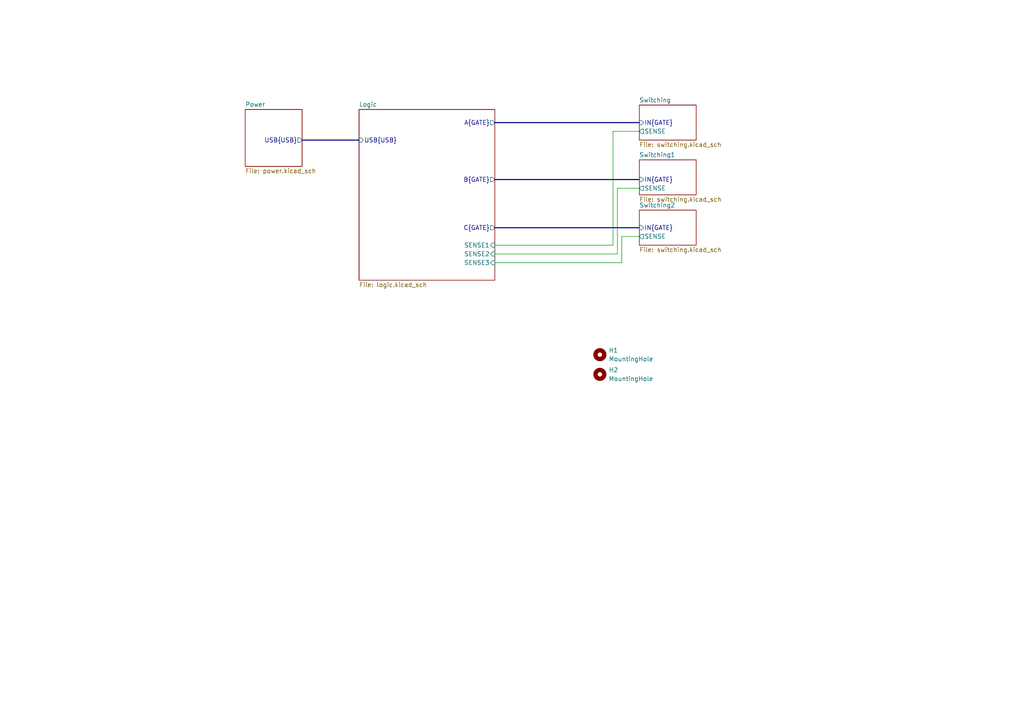
<source format=kicad_sch>
(kicad_sch (version 20250114) (generator "eeschema") (generator_version "9.0")
  (paper "A4")
  (lib_symbols
    (symbol "Mechanical:MountingHole" (pin_names (offset 1.016)) (exclude_from_sim yes) (in_bom no)
      (property "Reference" "H" (at 0 5.08 0))
      (property "Value" "MountingHole" (at 0 3.175 0))
      (symbol "MountingHole_0_1"
        (circle (center 0 0) (radius 1.27) (stroke (width 1.27)))
      )
    )
  )
  (bus_alias "USB" (members "VUSB" "D+" "D-"))
  (wire (pts (xy 143.51 76.2) (xy 180.34 76.2)))
  (wire (pts (xy 180.34 68.58) (xy 180.34 76.2)))
  (wire (pts (xy 177.8 38.1) (xy 177.8 71.12)))
  (wire (pts (xy 143.51 71.12) (xy 177.8 71.12)))
  (wire (pts (xy 143.51 73.66) (xy 179.07 73.66)))
  (bus (pts (xy 87.63 40.64) (xy 104.14 40.64)))
  (wire (pts (xy 185.42 54.61) (xy 179.07 54.61)))
  (wire (pts (xy 179.07 54.61) (xy 179.07 73.66)))
  (bus (pts (xy 143.51 66.04) (xy 185.42 66.04)))
  (bus (pts (xy 143.51 35.56) (xy 185.42 35.56)))
  (wire (pts (xy 185.42 68.58) (xy 180.34 68.58)))
  (bus (pts (xy 143.51 52.07) (xy 185.42 52.07)))
  (wire (pts (xy 185.42 38.1) (xy 177.8 38.1)))
  (symbol (lib_id "Mechanical:MountingHole") (at 173.99 108.585 0) (unit 1) (exclude_from_sim yes) (in_bom no)
    (property "Reference" "H2" (at 176.53 107.3149 0) (effects (justify left)))
    (property "Value" "MountingHole" (at 176.53 109.8549 0) (effects (justify left)))
    (property "Footprint" "MountingHole:MountingHole_3.2mm_M3_DIN965" (effects (hide yes)))
    (property "Description" "Mounting Hole without connection" (effects (hide yes)))
  )
  (symbol (lib_id "Mechanical:MountingHole") (at 173.99 102.87 0) (unit 1) (exclude_from_sim yes) (in_bom no)
    (property "Reference" "H1" (at 176.53 101.5999 0) (effects (justify left)))
    (property "Value" "MountingHole" (at 176.53 104.1399 0) (effects (justify left)))
    (property "Footprint" "MountingHole:MountingHole_3.2mm_M3_DIN965" (effects (hide yes)))
    (property "Description" "Mounting Hole without connection" (effects (hide yes)))
  )
  (sheet (at 104.14 31.75) (size 39.37 49.53) (stroke (width 0.1524))
    (property "Sheetname" "Logic" (at 104.14 31.0384 0) (effects (justify left bottom)))
    (property "Sheetfile" "logic.kicad_sch" (at 104.14 81.8646 0) (effects (justify left top)))
    (pin "A{GATE}" output (at 143.51 35.56 0))
    (pin "B{GATE}" output (at 143.51 52.07 0))
    (pin "USB{USB}" input (at 104.14 40.64 180))
    (pin "C{GATE}" output (at 143.51 66.04 0))
    (pin "SENSE1" input (at 143.51 71.12 0))
    (pin "SENSE2" input (at 143.51 73.66 0))
    (pin "SENSE3" input (at 143.51 76.2 0))
  )
  (sheet (at 185.42 46.355) (size 16.51 10.16) (stroke (width 0.1524))
    (property "Sheetname" "Switching1" (at 185.42 45.6434 0) (effects (justify left bottom)))
    (property "Sheetfile" "switching.kicad_sch" (at 185.42 57.0996 0) (effects (justify left top)))
    (pin "SENSE" output (at 185.42 54.61 180))
    (pin "IN{GATE}" input (at 185.42 52.07 180))
  )
  (sheet (at 185.42 60.96) (size 16.51 10.16) (stroke (width 0.1524))
    (property "Sheetname" "Switching2" (at 185.42 60.2484 0) (effects (justify left bottom)))
    (property "Sheetfile" "switching.kicad_sch" (at 185.42 71.7046 0) (effects (justify left top)))
    (pin "SENSE" output (at 185.42 68.58 180))
    (pin "IN{GATE}" input (at 185.42 66.04 180))
  )
  (sheet (at 185.42 30.48) (size 16.51 10.16) (stroke (width 0.1524))
    (property "Sheetname" "Switching" (at 185.42 29.7684 0) (effects (justify left bottom)))
    (property "Sheetfile" "switching.kicad_sch" (at 185.42 41.2246 0) (effects (justify left top)))
    (pin "SENSE" output (at 185.42 38.1 180))
    (pin "IN{GATE}" input (at 185.42 35.56 180))
  )
  (sheet (at 71.12 31.75) (size 16.51 16.51) (stroke (width 0.1524))
    (property "Sheetname" "Power" (at 71.12 31.0384 0) (effects (justify left bottom)))
    (property "Sheetfile" "power.kicad_sch" (at 71.12 48.8446 0) (effects (justify left top)))
    (pin "USB{USB}" output (at 87.63 40.64 0))
  )
)
</source>
